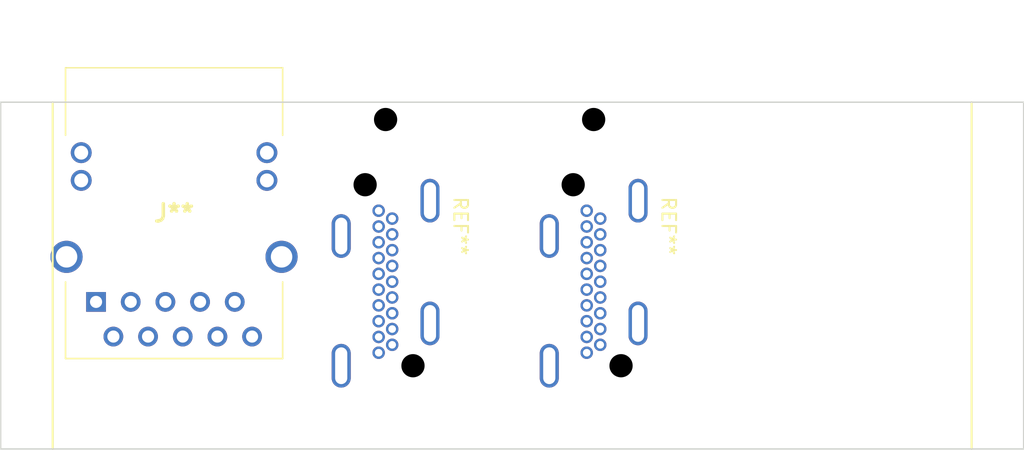
<source format=kicad_pcb>
(kicad_pcb (version 20211014) (generator pcbnew)
  (layers (0 "F.Cu" signal) (31 "B.Cu" signal) (34 "B.Paste" user) (35 "F.Paste" user) (36 "B.SilkS" user "B.Silkscreen") (37 "F.SilkS" user "F.Silkscreen") (38 "B.Mask" user) (39 "F.Mask" user) (44 "Edge.Cuts" user))
  (net 0 "")
  (footprint "Local:Switchcraft_RAVHD19ETR" (layer "F.Cu") (at 129.794 64.77 -90)
    (fp_text reference "REF**" (at 7.7978 -5.492 -90 unlocked) (layer "F.SilkS"))
    (fp_text value "Switchcraft_RAVHD19ETR")
    (pad "" np_thru_hole circle (at 4.7752 1.4986 270) (size 1.7018 1.7018) (drill 1.7018) (layers *.Mask))
    (pad "" np_thru_hole oval (at 14.9352 -3.2512 270) (size 3.2004 1.397) (drill oval 2.6924 0.889) (layers F&B.Cu *.Mask))
    (pad "" np_thru_hole oval (at 18.034 3.2512 270) (size 3.2004 1.397) (drill oval 2.6924 0.889) (layers F&B.Cu *.Mask))
    (pad "" np_thru_hole oval (at 5.9436 -3.2512 270) (size 3.2004 1.397) (drill oval 2.6924 0.889) (layers F&B.Cu *.Mask))
    (pad "" np_thru_hole oval (at 8.5344 3.2512 270) (size 3.2004 1.397) (drill oval 2.6924 0.889) (layers F&B.Cu *.Mask))
    (pad "" np_thru_hole circle (at 0 0 270) (size 1.7018 1.7018) (drill 1.7018) (layers *.Mask))
    (pad "" np_thru_hole circle (at 18.034 -2.0066 270) (size 1.7018 1.7018) (drill 1.7018) (layers *.Mask))
    (pad "1" thru_hole circle (at 6.6802 0.508 270) (size 0.9144 0.9144) (drill 0.5588) (layers *.Cu *.Mask))
    (pad "2" thru_hole circle (at 7.25678 -0.4826 270) (size 0.9144 0.9144) (drill 0.5588) (layers *.Cu *.Mask))
    (pad "3" thru_hole circle (at 7.8359 0.508 270) (size 0.9144 0.9144) (drill 0.5588) (layers *.Cu *.Mask))
    (pad "4" thru_hole circle (at 8.41248 -0.4826 270) (size 0.9144 0.9144) (drill 0.5588) (layers *.Cu *.Mask))
    (pad "5" thru_hole circle (at 8.9916 0.508 270) (size 0.9144 0.9144) (drill 0.5588) (layers *.Cu *.Mask))
    (pad "6" thru_hole circle (at 9.56818 -0.4826 270) (size 0.9144 0.9144) (drill 0.5588) (layers *.Cu *.Mask))
    (pad "7" thru_hole circle (at 10.1473 0.508 270) (size 0.9144 0.9144) (drill 0.5588) (layers *.Cu *.Mask))
    (pad "8" thru_hole circle (at 10.72388 -0.4826 270) (size 0.9144 0.9144) (drill 0.5588) (layers *.Cu *.Mask))
    (pad "9" thru_hole circle (at 11.303 0.508 270) (size 0.9144 0.9144) (drill 0.5588) (layers *.Cu *.Mask))
    (pad "10" thru_hole circle (at 11.87958 -0.4826 270) (size 0.9144 0.9144) (drill 0.5588) (layers *.Cu *.Mask))
    (pad "11" thru_hole circle (at 12.4587 0.508 270) (size 0.9144 0.9144) (drill 0.5588) (layers *.Cu *.Mask))
    (pad "12" thru_hole circle (at 13.03528 -0.4826 270) (size 0.9144 0.9144) (drill 0.5588) (layers *.Cu *.Mask))
    (pad "13" thru_hole circle (at 13.6144 0.508 270) (size 0.9144 0.9144) (drill 0.5588) (layers *.Cu *.Mask))
    (pad "14" thru_hole circle (at 14.19098 -0.4826 270) (size 0.9144 0.9144) (drill 0.5588) (layers *.Cu *.Mask))
    (pad "15" thru_hole circle (at 14.7701 0.508 270) (size 0.9144 0.9144) (drill 0.5588) (layers *.Cu *.Mask))
    (pad "16" thru_hole circle (at 15.34668 -0.4826 270) (size 0.9144 0.9144) (drill 0.5588) (layers *.Cu *.Mask))
    (pad "17" thru_hole circle (at 15.9258 0.508 270) (size 0.9144 0.9144) (drill 0.5588) (layers *.Cu *.Mask))
    (pad "18" thru_hole circle (at 16.50238 -0.4826 270) (size 0.9144 0.9144) (drill 0.5588) (layers *.Cu *.Mask))
    (pad "19" thru_hole circle (at 17.0815 0.508 270) (size 0.9144 0.9144) (drill 0.5588) (layers *.Cu *.Mask))
  )
  (footprint "Local:Switchcraft_RAVHD19ETR" (layer "F.Cu") (at 145.034 64.77 -90)
    (fp_text reference "REF**" (at 7.7978 -5.492 -90 unlocked) (layer "F.SilkS"))
    (fp_text value "Switchcraft_RAVHD19ETR")
    (pad "" np_thru_hole circle (at 0 0 270) (size 1.7018 1.7018) (drill 1.7018) (layers *.Mask))
    (pad "" np_thru_hole circle (at 18.034 -2.0066 270) (size 1.7018 1.7018) (drill 1.7018) (layers *.Mask))
    (pad "" np_thru_hole oval (at 5.9436 -3.2512 270) (size 3.2004 1.397) (drill oval 2.6924 0.889) (layers F&B.Cu *.Mask))
    (pad "" np_thru_hole oval (at 8.5344 3.2512 270) (size 3.2004 1.397) (drill oval 2.6924 0.889) (layers F&B.Cu *.Mask))
    (pad "" np_thru_hole oval (at 18.034 3.2512 270) (size 3.2004 1.397) (drill oval 2.6924 0.889) (layers F&B.Cu *.Mask))
    (pad "" np_thru_hole oval (at 14.9352 -3.2512 270) (size 3.2004 1.397) (drill oval 2.6924 0.889) (layers F&B.Cu *.Mask))
    (pad "" np_thru_hole circle (at 4.7752 1.4986 270) (size 1.7018 1.7018) (drill 1.7018) (layers *.Mask))
    (pad "1" thru_hole circle (at 6.6802 0.508 270) (size 0.9144 0.9144) (drill 0.5588) (layers *.Cu *.Mask))
    (pad "2" thru_hole circle (at 7.25678 -0.4826 270) (size 0.9144 0.9144) (drill 0.5588) (layers *.Cu *.Mask))
    (pad "3" thru_hole circle (at 7.8359 0.508 270) (size 0.9144 0.9144) (drill 0.5588) (layers *.Cu *.Mask))
    (pad "4" thru_hole circle (at 8.41248 -0.4826 270) (size 0.9144 0.9144) (drill 0.5588) (layers *.Cu *.Mask))
    (pad "5" thru_hole circle (at 8.9916 0.508 270) (size 0.9144 0.9144) (drill 0.5588) (layers *.Cu *.Mask))
    (pad "6" thru_hole circle (at 9.56818 -0.4826 270) (size 0.9144 0.9144) (drill 0.5588) (layers *.Cu *.Mask))
    (pad "7" thru_hole circle (at 10.1473 0.508 270) (size 0.9144 0.9144) (drill 0.5588) (layers *.Cu *.Mask))
    (pad "8" thru_hole circle (at 10.72388 -0.4826 270) (size 0.9144 0.9144) (drill 0.5588) (layers *.Cu *.Mask))
    (pad "9" thru_hole circle (at 11.303 0.508 270) (size 0.9144 0.9144) (drill 0.5588) (layers *.Cu *.Mask))
    (pad "10" thru_hole circle (at 11.87958 -0.4826 270) (size 0.9144 0.9144) (drill 0.5588) (layers *.Cu *.Mask))
    (pad "11" thru_hole circle (at 12.4587 0.508 270) (size 0.9144 0.9144) (drill 0.5588) (layers *.Cu *.Mask))
    (pad "12" thru_hole circle (at 13.03528 -0.4826 270) (size 0.9144 0.9144) (drill 0.5588) (layers *.Cu *.Mask))
    (pad "13" thru_hole circle (at 13.6144 0.508 270) (size 0.9144 0.9144) (drill 0.5588) (layers *.Cu *.Mask))
    (pad "14" thru_hole circle (at 14.19098 -0.4826 270) (size 0.9144 0.9144) (drill 0.5588) (layers *.Cu *.Mask))
    (pad "15" thru_hole circle (at 14.7701 0.508 270) (size 0.9144 0.9144) (drill 0.5588) (layers *.Cu *.Mask))
    (pad "16" thru_hole circle (at 15.34668 -0.4826 270) (size 0.9144 0.9144) (drill 0.5588) (layers *.Cu *.Mask))
    (pad "17" thru_hole circle (at 15.9258 0.508 270) (size 0.9144 0.9144) (drill 0.5588) (layers *.Cu *.Mask))
    (pad "18" thru_hole circle (at 16.50238 -0.4826 270) (size 0.9144 0.9144) (drill 0.5588) (layers *.Cu *.Mask))
    (pad "19" thru_hole circle (at 17.0815 0.508 270) (size 0.9144 0.9144) (drill 0.5588) (layers *.Cu *.Mask))
  )
  (footprint "Local:Abracon_ARJM11D7-502-AB-EW2" (layer "F.Cu") (at 108.585 78.128 180)
    (fp_text reference "J**" (at -5.715 6.5) (layer "F.SilkS") (effects (font (size 1.27 1.27) (thickness 0.254))))
    (fp_text value "Abracon_ARJM11D7-502-AB-EW2" hide)
    (fp_line (start 2.235 1.46) (end 2.235 1.46) (layer "F.SilkS") (width 0.1))
    (fp_line (start -13.665 -4.15) (end 2.235 -4.15) (layer "F.SilkS") (width 0.1))
    (fp_line (start -13.665 17.15) (end 2.16 17.15) (layer "F.SilkS") (width 0.1))
    (fp_line (start 2.16 17.15) (end -13.665 17.15) (layer "F.SilkS") (width 0.1))
    (fp_line (start -13.665 17.15) (end -13.665 12.21) (layer "F.SilkS") (width 0.1))
    (fp_line (start 2.235 -4.15) (end 2.235 -4.15) (layer "F.SilkS") (width 0.1))
    (fp_line (start -13.665 17.15) (end -13.665 17.15) (layer "F.SilkS") (width 0.1))
    (fp_line (start -13.665 1.46) (end -13.665 -4.15) (layer "F.SilkS") (width 0.1))
    (fp_line (start 2.235 1.46) (end 2.235 -4.15) (layer "F.SilkS") (width 0.1))
    (fp_line (start 2.16 17.15) (end 2.16 17.15) (layer "F.SilkS") (width 0.1))
    (fp_line (start 2.235 -4.15) (end 2.235 1.46) (layer "F.SilkS") (width 0.1))
    (fp_line (start -13.665 -4.15) (end -13.665 1.46) (layer "F.SilkS") (width 0.1))
    (fp_line (start 2.235 -4.15) (end -13.665 -4.15) (layer "F.SilkS") (width 0.1))
    (fp_line (start 2.235 12.21) (end 2.235 17.15) (layer "F.SilkS") (width 0.1))
    (fp_line (start -13.665 -4.15) (end -13.665 -4.15) (layer "F.SilkS") (width 0.1))
    (fp_line (start 2.235 12.21) (end 2.235 12.21) (layer "F.SilkS") (width 0.1))
    (fp_line (start 2.235 17.15) (end 2.235 17.15) (layer "F.SilkS") (width 0.1))
    (fp_line (start -13.665 1.46) (end -13.665 1.46) (layer "F.SilkS") (width 0.1))
    (fp_line (start 2.235 17.15) (end 2.235 12.21) (layer "F.SilkS") (width 0.1))
    (fp_line (start -13.665 17.15) (end -13.665 17.15) (layer "F.SilkS") (width 0.1))
    (fp_line (start -13.665 12.21) (end -13.665 17.15) (layer "F.SilkS") (width 0.1))
    (fp_line (start -13.665 12.21) (end -13.665 12.21) (layer "F.SilkS") (width 0.1))
    (fp_line (start 2.235 -4.15) (end 2.235 -4.15) (layer "F.SilkS") (width 0.1))
    (fp_line (start -13.665 -4.15) (end -13.665 -4.15) (layer "F.SilkS") (width 0.1))
    (pad "" np_thru_hole circle (at -11.43 6.35 180) (size 3.25 3.25) (drill 3.25) (layers *.Cu *.Mask))
    (pad "" np_thru_hole circle (at 0 6.35 180) (size 3.25 3.25) (drill 3.25) (layers *.Cu *.Mask))
    (pad "1" thru_hole rect (at 0 0 180) (size 1.446 1.446) (drill 0.89) (layers *.Cu *.Mask))
    (pad "2" thru_hole circle (at -1.27 -2.54 180) (size 1.446 1.446) (drill 0.89) (layers *.Cu *.Mask))
    (pad "3" thru_hole circle (at -2.54 0 180) (size 1.446 1.446) (drill 0.89) (layers *.Cu *.Mask))
    (pad "4" thru_hole circle (at -3.81 -2.54 180) (size 1.446 1.446) (drill 0.89) (layers *.Cu *.Mask))
    (pad "5" thru_hole circle (at -5.08 0 180) (size 1.446 1.446) (drill 0.89) (layers *.Cu *.Mask))
    (pad "6" thru_hole circle (at -6.35 -2.54 180) (size 1.446 1.446) (drill 0.89) (layers *.Cu *.Mask))
    (pad "7" thru_hole circle (at -7.62 0 180) (size 1.446 1.446) (drill 0.89) (layers *.Cu *.Mask))
    (pad "8" thru_hole circle (at -8.89 -2.54 180) (size 1.446 1.446) (drill 0.89) (layers *.Cu *.Mask))
    (pad "9" thru_hole circle (at -10.16 0 180) (size 1.446 1.446) (drill 0.89) (layers *.Cu *.Mask))
    (pad "10" thru_hole circle (at -11.43 -2.54 180) (size 1.446 1.446) (drill 0.89) (layers *.Cu *.Mask))
    (pad "L1" thru_hole circle (at -12.515 8.9 180) (size 1.53 1.53) (drill 1.02) (layers *.Cu *.Mask))
    (pad "L2" thru_hole circle (at -12.515 10.93 180) (size 1.53 1.53) (drill 1.02) (layers *.Cu *.Mask))
    (pad "L3" thru_hole circle (at 1.085 8.9 180) (size 1.53 1.53) (drill 1.02) (layers *.Cu *.Mask))
    (pad "L4" thru_hole circle (at 1.085 10.93 180) (size 1.53 1.53) (drill 1.02) (layers *.Cu *.Mask))
    (pad "MH1" thru_hole circle (at -13.59 3.3 180) (size 2.355 2.355) (drill 1.57) (layers *.Cu *.Mask))
    (pad "MH2" thru_hole circle (at 2.16 3.3 180) (size 2.355 2.355) (drill 1.57) (layers *.Cu *.Mask))
  )
  (gr_line (start 105.41 63.5) (end 105.41 88.9) (layer "F.SilkS") (width 0.15))
  (gr_line (start 172.72 63.5) (end 172.72 88.9) (layer "F.SilkS") (width 0.15))
  (gr_rect (start 101.6 63.5) (end 176.53 88.9) (layer "Edge.Cuts") (width 0.1) (fill none))
)
</source>
